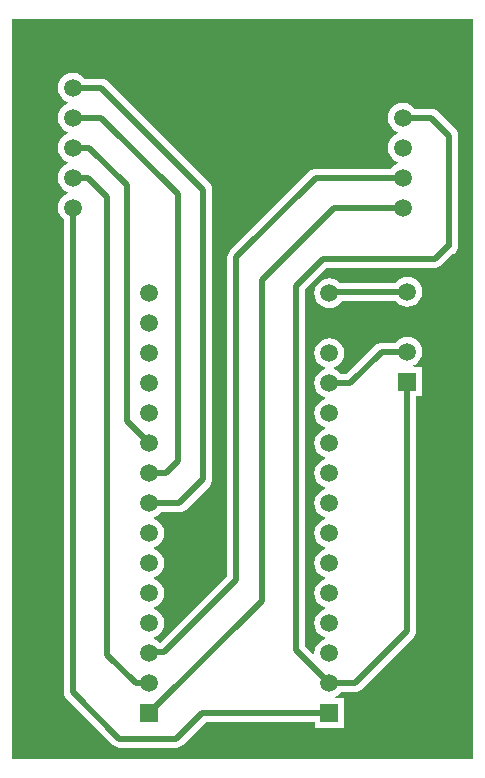
<source format=gbl>
G04*
G04 #@! TF.GenerationSoftware,Altium Limited,Altium Designer,20.0.13 (296)*
G04*
G04 Layer_Physical_Order=2*
G04 Layer_Color=16711680*
%FSLAX25Y25*%
%MOIN*%
G70*
G01*
G75*
%ADD10R,0.05906X0.05906*%
%ADD11C,0.05906*%
%ADD12C,0.02000*%
G36*
X156451Y-249451D02*
X2549D01*
Y-2549D01*
X156451D01*
Y-249451D01*
D02*
G37*
%LPC*%
G36*
X134500Y-88504D02*
X133207Y-88675D01*
X132002Y-89174D01*
X130968Y-89968D01*
X130579Y-90474D01*
X112037D01*
X112032Y-90468D01*
X110998Y-89674D01*
X109793Y-89175D01*
X108500Y-89004D01*
X107207Y-89175D01*
X106002Y-89674D01*
X104968Y-90468D01*
X104174Y-91502D01*
X103675Y-92707D01*
X103505Y-94000D01*
X103675Y-95293D01*
X104174Y-96498D01*
X104968Y-97532D01*
X106002Y-98326D01*
X107207Y-98825D01*
X108500Y-98996D01*
X109793Y-98825D01*
X110998Y-98326D01*
X112032Y-97532D01*
X112805Y-96526D01*
X130579D01*
X130968Y-97032D01*
X132002Y-97826D01*
X133207Y-98325D01*
X134500Y-98496D01*
X135793Y-98325D01*
X136998Y-97826D01*
X138032Y-97032D01*
X138826Y-95998D01*
X139325Y-94793D01*
X139496Y-93500D01*
X139325Y-92207D01*
X138826Y-91002D01*
X138032Y-89968D01*
X136998Y-89174D01*
X135793Y-88675D01*
X134500Y-88504D01*
D02*
G37*
G36*
X23000Y-20504D02*
X21707Y-20675D01*
X20502Y-21174D01*
X19468Y-21968D01*
X18674Y-23002D01*
X18175Y-24207D01*
X18004Y-25500D01*
X18175Y-26793D01*
X18674Y-27998D01*
X19468Y-29032D01*
X20502Y-29826D01*
X21476Y-30229D01*
Y-30771D01*
X20502Y-31174D01*
X19468Y-31968D01*
X18674Y-33002D01*
X18175Y-34207D01*
X18004Y-35500D01*
X18175Y-36793D01*
X18674Y-37998D01*
X19468Y-39032D01*
X20502Y-39826D01*
X21476Y-40229D01*
Y-40771D01*
X20502Y-41174D01*
X19468Y-41968D01*
X18674Y-43002D01*
X18175Y-44207D01*
X18004Y-45500D01*
X18175Y-46793D01*
X18674Y-47998D01*
X19468Y-49032D01*
X20502Y-49826D01*
X21476Y-50229D01*
Y-50771D01*
X20502Y-51174D01*
X19468Y-51968D01*
X18674Y-53002D01*
X18175Y-54207D01*
X18004Y-55500D01*
X18175Y-56793D01*
X18674Y-57998D01*
X19468Y-59032D01*
X20502Y-59826D01*
X21476Y-60229D01*
Y-60771D01*
X20502Y-61174D01*
X19468Y-61968D01*
X18674Y-63002D01*
X18175Y-64207D01*
X18004Y-65500D01*
X18175Y-66793D01*
X18674Y-67998D01*
X19468Y-69032D01*
X19974Y-69421D01*
Y-227000D01*
X20077Y-227783D01*
X20380Y-228513D01*
X20860Y-229140D01*
X36360Y-244640D01*
X36987Y-245121D01*
X37717Y-245423D01*
X38500Y-245526D01*
X57500D01*
X58283Y-245423D01*
X59013Y-245121D01*
X59640Y-244640D01*
X67253Y-237026D01*
X103547D01*
Y-238953D01*
X113453D01*
Y-229047D01*
X110564D01*
X110464Y-228547D01*
X110998Y-228326D01*
X112032Y-227532D01*
X112421Y-227026D01*
X117000D01*
X117783Y-226923D01*
X118513Y-226621D01*
X119140Y-226140D01*
X136640Y-208640D01*
X137120Y-208013D01*
X137423Y-207283D01*
X137526Y-206500D01*
X137526Y-206500D01*
Y-128453D01*
X139453D01*
Y-118547D01*
X136564D01*
X136464Y-118047D01*
X136998Y-117826D01*
X138032Y-117032D01*
X138826Y-115998D01*
X139325Y-114793D01*
X139496Y-113500D01*
X139325Y-112207D01*
X138826Y-111002D01*
X138032Y-109968D01*
X136998Y-109174D01*
X135793Y-108675D01*
X134500Y-108504D01*
X133207Y-108675D01*
X132002Y-109174D01*
X130968Y-109968D01*
X130579Y-110474D01*
X126000D01*
X125217Y-110577D01*
X124487Y-110880D01*
X123860Y-111360D01*
X114247Y-120974D01*
X112421D01*
X112032Y-120468D01*
X110998Y-119674D01*
X110024Y-119271D01*
Y-118729D01*
X110998Y-118326D01*
X112032Y-117532D01*
X112826Y-116498D01*
X113325Y-115293D01*
X113496Y-114000D01*
X113325Y-112707D01*
X112826Y-111502D01*
X112032Y-110468D01*
X110998Y-109674D01*
X109793Y-109175D01*
X108500Y-109004D01*
X107207Y-109175D01*
X106002Y-109674D01*
X104968Y-110468D01*
X104174Y-111502D01*
X103675Y-112707D01*
X103505Y-114000D01*
X103675Y-115293D01*
X104174Y-116498D01*
X104968Y-117532D01*
X106002Y-118326D01*
X106976Y-118729D01*
Y-119271D01*
X106002Y-119674D01*
X104968Y-120468D01*
X104174Y-121502D01*
X103675Y-122707D01*
X103505Y-124000D01*
X103675Y-125293D01*
X104174Y-126498D01*
X104968Y-127532D01*
X106002Y-128326D01*
X106976Y-128729D01*
Y-129271D01*
X106002Y-129674D01*
X104968Y-130468D01*
X104174Y-131502D01*
X103675Y-132707D01*
X103505Y-134000D01*
X103675Y-135293D01*
X104174Y-136498D01*
X104968Y-137532D01*
X106002Y-138326D01*
X106976Y-138729D01*
Y-139271D01*
X106002Y-139674D01*
X104968Y-140468D01*
X104174Y-141502D01*
X103675Y-142707D01*
X103505Y-144000D01*
X103675Y-145293D01*
X104174Y-146498D01*
X104968Y-147532D01*
X106002Y-148326D01*
X106976Y-148729D01*
Y-149271D01*
X106002Y-149674D01*
X104968Y-150468D01*
X104174Y-151502D01*
X103675Y-152707D01*
X103505Y-154000D01*
X103675Y-155293D01*
X104174Y-156498D01*
X104968Y-157532D01*
X106002Y-158326D01*
X106976Y-158729D01*
Y-159271D01*
X106002Y-159674D01*
X104968Y-160468D01*
X104174Y-161502D01*
X103675Y-162707D01*
X103505Y-164000D01*
X103675Y-165293D01*
X104174Y-166498D01*
X104968Y-167532D01*
X106002Y-168326D01*
X106976Y-168729D01*
Y-169271D01*
X106002Y-169674D01*
X104968Y-170468D01*
X104174Y-171502D01*
X103675Y-172707D01*
X103505Y-174000D01*
X103675Y-175293D01*
X104174Y-176498D01*
X104968Y-177532D01*
X106002Y-178326D01*
X106976Y-178729D01*
Y-179271D01*
X106002Y-179674D01*
X104968Y-180468D01*
X104174Y-181502D01*
X103675Y-182707D01*
X103505Y-184000D01*
X103675Y-185293D01*
X104174Y-186498D01*
X104968Y-187532D01*
X106002Y-188326D01*
X106976Y-188729D01*
Y-189271D01*
X106002Y-189674D01*
X104968Y-190468D01*
X104174Y-191502D01*
X103675Y-192707D01*
X103505Y-194000D01*
X103675Y-195293D01*
X104174Y-196498D01*
X104968Y-197532D01*
X106002Y-198326D01*
X106976Y-198729D01*
Y-199271D01*
X106002Y-199674D01*
X104968Y-200468D01*
X104174Y-201502D01*
X103675Y-202707D01*
X103505Y-204000D01*
X103675Y-205293D01*
X104174Y-206498D01*
X104968Y-207532D01*
X106002Y-208326D01*
X106976Y-208729D01*
Y-209271D01*
X106002Y-209674D01*
X104968Y-210468D01*
X104174Y-211502D01*
X103675Y-212707D01*
X103505Y-214000D01*
X103513Y-214064D01*
X103065Y-214285D01*
X100526Y-211747D01*
Y-92753D01*
X107753Y-85526D01*
X143750D01*
X144533Y-85423D01*
X145263Y-85120D01*
X145890Y-84640D01*
X149408Y-81121D01*
X150013Y-80870D01*
X150640Y-80390D01*
X151120Y-79763D01*
X151423Y-79033D01*
X151526Y-78250D01*
Y-41500D01*
X151423Y-40717D01*
X151120Y-39987D01*
X150640Y-39360D01*
X144640Y-33360D01*
X144013Y-32879D01*
X143283Y-32577D01*
X142500Y-32474D01*
X136921D01*
X136532Y-31968D01*
X135498Y-31174D01*
X134293Y-30675D01*
X133000Y-30505D01*
X131707Y-30675D01*
X130502Y-31174D01*
X129468Y-31968D01*
X128674Y-33002D01*
X128175Y-34207D01*
X128005Y-35500D01*
X128175Y-36793D01*
X128674Y-37998D01*
X129468Y-39032D01*
X130502Y-39826D01*
X131476Y-40229D01*
Y-40771D01*
X130502Y-41174D01*
X129468Y-41968D01*
X128674Y-43002D01*
X128175Y-44207D01*
X128005Y-45500D01*
X128175Y-46793D01*
X128674Y-47998D01*
X129468Y-49032D01*
X130502Y-49826D01*
X131476Y-50229D01*
Y-50771D01*
X130502Y-51174D01*
X129468Y-51968D01*
X129079Y-52474D01*
X104000D01*
X103217Y-52577D01*
X102487Y-52880D01*
X101860Y-53360D01*
X75360Y-79860D01*
X74879Y-80487D01*
X74577Y-81217D01*
X74474Y-82000D01*
Y-188247D01*
X52459Y-210262D01*
X52032Y-210468D01*
X50998Y-209674D01*
X50024Y-209271D01*
Y-208729D01*
X50998Y-208326D01*
X52032Y-207532D01*
X52826Y-206498D01*
X53325Y-205293D01*
X53496Y-204000D01*
X53325Y-202707D01*
X52826Y-201502D01*
X52032Y-200468D01*
X50998Y-199674D01*
X50024Y-199271D01*
Y-198729D01*
X50998Y-198326D01*
X52032Y-197532D01*
X52826Y-196498D01*
X53325Y-195293D01*
X53496Y-194000D01*
X53325Y-192707D01*
X52826Y-191502D01*
X52032Y-190468D01*
X50998Y-189674D01*
X50024Y-189271D01*
Y-188729D01*
X50998Y-188326D01*
X52032Y-187532D01*
X52826Y-186498D01*
X53325Y-185293D01*
X53496Y-184000D01*
X53325Y-182707D01*
X52826Y-181502D01*
X52032Y-180468D01*
X50998Y-179674D01*
X50024Y-179271D01*
Y-178729D01*
X50998Y-178326D01*
X52032Y-177532D01*
X52826Y-176498D01*
X53325Y-175293D01*
X53496Y-174000D01*
X53325Y-172707D01*
X52826Y-171502D01*
X52032Y-170468D01*
X50998Y-169674D01*
X50024Y-169271D01*
Y-168729D01*
X50998Y-168326D01*
X52032Y-167532D01*
X52421Y-167026D01*
X58500D01*
X59283Y-166923D01*
X60013Y-166621D01*
X60640Y-166140D01*
X68640Y-158140D01*
X69121Y-157513D01*
X69423Y-156783D01*
X69526Y-156000D01*
Y-59500D01*
X69423Y-58717D01*
X69121Y-57987D01*
X68640Y-57360D01*
X34640Y-23360D01*
X34013Y-22880D01*
X33283Y-22577D01*
X32500Y-22474D01*
X26921D01*
X26532Y-21968D01*
X25498Y-21174D01*
X24293Y-20675D01*
X23000Y-20504D01*
D02*
G37*
%LPD*%
D10*
X133000Y-15500D02*
D03*
X23000D02*
D03*
X134500Y-123500D02*
D03*
X108500Y-234000D02*
D03*
X48500D02*
D03*
D11*
X133000Y-25500D02*
D03*
Y-35500D02*
D03*
Y-45500D02*
D03*
Y-55500D02*
D03*
Y-65500D02*
D03*
X23000Y-25500D02*
D03*
Y-35500D02*
D03*
Y-45500D02*
D03*
Y-55500D02*
D03*
Y-65500D02*
D03*
X134500Y-93500D02*
D03*
Y-103500D02*
D03*
Y-113500D02*
D03*
X108500Y-94000D02*
D03*
Y-104000D02*
D03*
Y-114000D02*
D03*
Y-124000D02*
D03*
Y-134000D02*
D03*
Y-144000D02*
D03*
Y-154000D02*
D03*
Y-164000D02*
D03*
Y-174000D02*
D03*
Y-184000D02*
D03*
Y-194000D02*
D03*
Y-204000D02*
D03*
Y-214000D02*
D03*
Y-224000D02*
D03*
X48500Y-94000D02*
D03*
Y-104000D02*
D03*
Y-114000D02*
D03*
Y-124000D02*
D03*
Y-134000D02*
D03*
Y-144000D02*
D03*
Y-154000D02*
D03*
Y-164000D02*
D03*
Y-174000D02*
D03*
Y-184000D02*
D03*
Y-194000D02*
D03*
Y-204000D02*
D03*
Y-214000D02*
D03*
Y-224000D02*
D03*
D12*
X97500Y-213000D02*
Y-91500D01*
X106500Y-82500D02*
X143750D01*
X97500Y-91500D02*
X106500Y-82500D01*
X86000Y-196500D02*
Y-89500D01*
X110000Y-65500D02*
X133000D01*
X86000Y-89500D02*
X110000Y-65500D01*
X77500Y-189500D02*
Y-82000D01*
X104000Y-55500D02*
X133000D01*
X77500Y-82000D02*
X104000Y-55500D01*
X134500Y-206500D02*
Y-123500D01*
X117000Y-224000D02*
X134500Y-206500D01*
X108500Y-224000D02*
X117000D01*
X148500Y-78250D02*
Y-41500D01*
X97500Y-213000D02*
X108500Y-224000D01*
X143750Y-82500D02*
X148250Y-78000D01*
X148500Y-78250D01*
X23000Y-227000D02*
X38500Y-242500D01*
X23000Y-227000D02*
Y-65500D01*
X38500Y-242500D02*
X57500D01*
X66000Y-234000D01*
X108500D01*
Y-124000D02*
X115500D01*
X126000Y-113500D02*
X134500D01*
X115500Y-124000D02*
X126000Y-113500D01*
X48500Y-234000D02*
X86000Y-196500D01*
X53500Y-213500D02*
X77500Y-189500D01*
X48500Y-214000D02*
X49000Y-213500D01*
X53500D01*
X48500Y-154000D02*
X54000D01*
X58000Y-150000D01*
X58500Y-164000D02*
X66500Y-156000D01*
X48500Y-164000D02*
X58500D01*
X66500Y-156000D02*
Y-59500D01*
X23000Y-25500D02*
X32500D01*
X66500Y-59500D01*
X23000Y-35500D02*
X32500D01*
X58000Y-61000D01*
Y-150000D02*
Y-61000D01*
X44000Y-224000D02*
X48500D01*
X34500Y-214500D02*
X44000Y-224000D01*
X34500Y-214500D02*
Y-62000D01*
X28000Y-55500D02*
X34500Y-62000D01*
X23000Y-55500D02*
X28000D01*
X28500Y-45500D02*
X41000Y-58000D01*
X23000Y-45500D02*
X28500D01*
X41000Y-136500D02*
Y-58000D01*
Y-136500D02*
X48500Y-144000D01*
X133000Y-35500D02*
X142500D01*
X148500Y-41500D01*
X108500Y-94000D02*
X109000Y-93500D01*
X134000D01*
X134500Y-93000D01*
M02*

</source>
